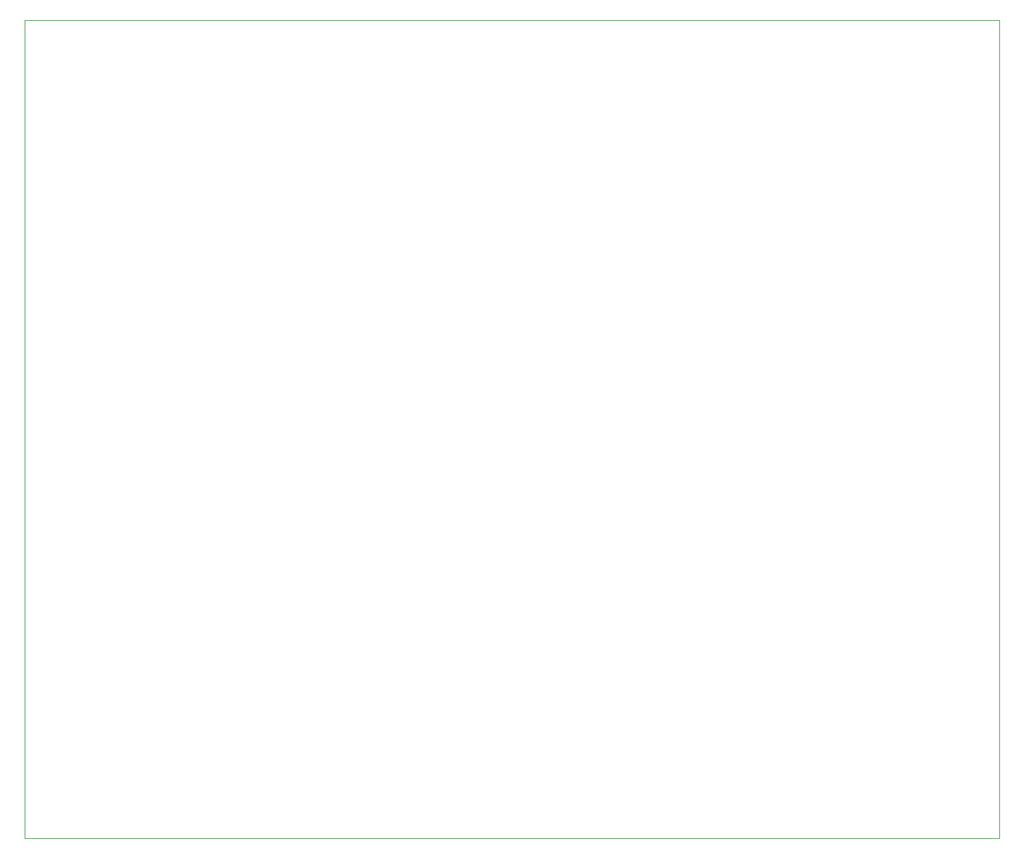
<source format=gbr>
%TF.GenerationSoftware,Altium Limited,Altium Designer,19.1.8 (144)*%
G04 Layer_Color=0*
%FSLAX26Y26*%
%MOIN*%
%TF.FileFunction,Profile,NP*%
%TF.Part,Single*%
G01*
G75*
%TA.AperFunction,Profile*%
%ADD120C,0.001000*%
D120*
X0Y0D02*
X5005000D01*
Y4200000D01*
X0D01*
Y0D01*
%TF.MD5,70c4e627fef7bb693947da02b1608475*%
M02*

</source>
